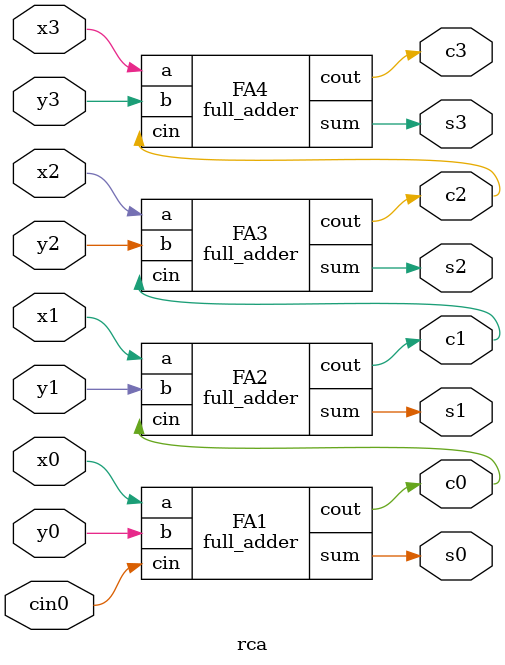
<source format=v>
module full_adder(a,b,cin,sum,cout);
input a,b,cin;
output sum,cout;
assign sum=a^b^cin;
assign cout=(a&b)|(b&cin)|(cin&a);
endmodule

module rca(x3,x2,x1,x0,y3,y2,y1,y0,cin0,s3,s2,s1,s0,c3,c2,c1,c0);
input x3,x2,x1,x0,y3,y2,y1,y0,cin0;
output s3,s2,s1,s0,c3,c2,c1,c0;
full_adder FA1(.a(x0),.b(y0),.cin(cin0),.sum(s0),.cout(c0));
full_adder FA2(.a(x1),.b(y1),.cin(c0),.sum(s1),.cout(c1));
full_adder FA3(.a(x2),.b(y2),.cin(c1),.sum(s2),.cout(c2));
full_adder FA4(.a(x3),.b(y3),.cin(c2),.sum(s3),.cout(c3));
endmodule

</source>
